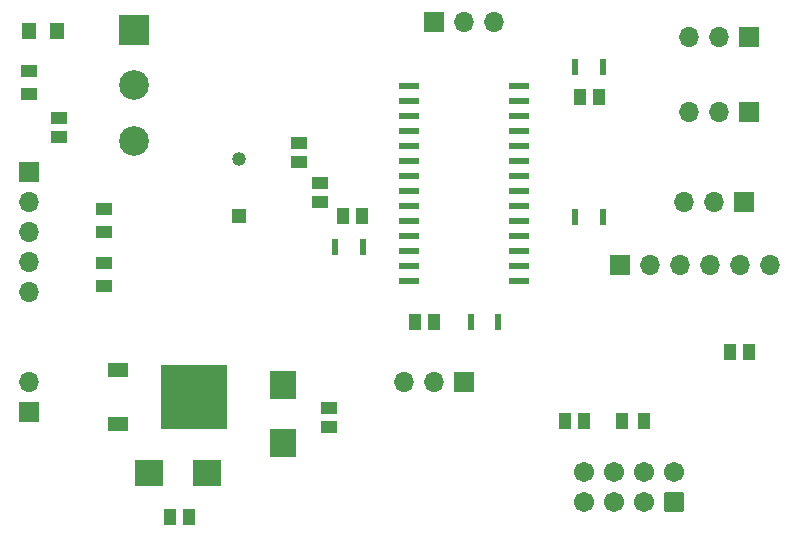
<source format=gts>
G04 #@! TF.GenerationSoftware,KiCad,Pcbnew,8.0.6*
G04 #@! TF.CreationDate,2025-01-30T10:50:32+01:00*
G04 #@! TF.ProjectId,colorsorter_schematic,636f6c6f-7273-46f7-9274-65725f736368,rev?*
G04 #@! TF.SameCoordinates,Original*
G04 #@! TF.FileFunction,Soldermask,Top*
G04 #@! TF.FilePolarity,Negative*
%FSLAX46Y46*%
G04 Gerber Fmt 4.6, Leading zero omitted, Abs format (unit mm)*
G04 Created by KiCad (PCBNEW 8.0.6) date 2025-01-30 10:50:32*
%MOMM*%
%LPD*%
G01*
G04 APERTURE LIST*
G04 Aperture macros list*
%AMRoundRect*
0 Rectangle with rounded corners*
0 $1 Rounding radius*
0 $2 $3 $4 $5 $6 $7 $8 $9 X,Y pos of 4 corners*
0 Add a 4 corners polygon primitive as box body*
4,1,4,$2,$3,$4,$5,$6,$7,$8,$9,$2,$3,0*
0 Add four circle primitives for the rounded corners*
1,1,$1+$1,$2,$3*
1,1,$1+$1,$4,$5*
1,1,$1+$1,$6,$7*
1,1,$1+$1,$8,$9*
0 Add four rect primitives between the rounded corners*
20,1,$1+$1,$2,$3,$4,$5,0*
20,1,$1+$1,$4,$5,$6,$7,0*
20,1,$1+$1,$6,$7,$8,$9,0*
20,1,$1+$1,$8,$9,$2,$3,0*%
G04 Aperture macros list end*
%ADD10R,1.700000X1.700000*%
%ADD11O,1.700000X1.700000*%
%ADD12R,1.150000X1.400000*%
%ADD13R,1.050000X1.400000*%
%ADD14R,2.250000X2.350000*%
%ADD15R,2.520000X2.520000*%
%ADD16C,2.520000*%
%ADD17R,1.470000X1.020000*%
%ADD18R,1.020000X1.470000*%
%ADD19R,1.400000X1.050000*%
%ADD20R,0.558800X1.447800*%
%ADD21R,1.192000X1.192000*%
%ADD22C,1.192000*%
%ADD23RoundRect,0.102000X0.750000X0.750000X-0.750000X0.750000X-0.750000X-0.750000X0.750000X-0.750000X0*%
%ADD24C,1.704000*%
%ADD25R,2.350000X2.250000*%
%ADD26R,1.699999X1.300000*%
%ADD27R,5.699998X5.499999*%
%ADD28R,1.765300X0.558800*%
G04 APERTURE END LIST*
D10*
X164338000Y-99684000D03*
D11*
X166878000Y-99684000D03*
X169418000Y-99684000D03*
X171958000Y-99684000D03*
X174498000Y-99684000D03*
X177038000Y-99684000D03*
D12*
X114300000Y-79872000D03*
X116650000Y-79872000D03*
D13*
X166370000Y-112820000D03*
X164470000Y-112820000D03*
D14*
X135809995Y-109790000D03*
X135809995Y-114690000D03*
D15*
X123190000Y-79744000D03*
D16*
X123190000Y-84444000D03*
X123190000Y-89144000D03*
D17*
X116840000Y-88810000D03*
X116840000Y-87190000D03*
D18*
X162550850Y-85460000D03*
X160930850Y-85460000D03*
D19*
X120650000Y-96824000D03*
X120650000Y-94924000D03*
D18*
X148590000Y-104510000D03*
X146970000Y-104510000D03*
D20*
X151678900Y-104510000D03*
X154041100Y-104510000D03*
D10*
X174809150Y-94350000D03*
D11*
X172269150Y-94350000D03*
X169729150Y-94350000D03*
D20*
X140239750Y-98160000D03*
X142601950Y-98160000D03*
D18*
X142491200Y-95518400D03*
X140871200Y-95518400D03*
D10*
X114300000Y-112130000D03*
D11*
X114300000Y-109590000D03*
D21*
X132080000Y-95520000D03*
D22*
X132080000Y-90640000D03*
D20*
X160559750Y-95620000D03*
X162921950Y-95620000D03*
D23*
X168910000Y-119750000D03*
D24*
X166370000Y-119750000D03*
X163830000Y-119750000D03*
X161290000Y-119750000D03*
X168910000Y-117210000D03*
X166370000Y-117210000D03*
X163830000Y-117210000D03*
X161290000Y-117210000D03*
D10*
X175260000Y-86730000D03*
D11*
X172720000Y-86730000D03*
X170180000Y-86730000D03*
D19*
X120650000Y-99496000D03*
X120650000Y-101396000D03*
D25*
X124460000Y-117269997D03*
X129360000Y-117269997D03*
D10*
X114300000Y-91810000D03*
D11*
X114300000Y-94350000D03*
X114300000Y-96890000D03*
X114300000Y-99430000D03*
X114300000Y-101970000D03*
D10*
X151130000Y-109590000D03*
D11*
X148590000Y-109590000D03*
X146050000Y-109590000D03*
D26*
X121830000Y-108575001D03*
X121830000Y-113144999D03*
D27*
X128270000Y-110860000D03*
D10*
X148590000Y-79110000D03*
D11*
X151130000Y-79110000D03*
X153670000Y-79110000D03*
D18*
X175260000Y-107050000D03*
X173640000Y-107050000D03*
D28*
X146500850Y-84483700D03*
X146500850Y-85753700D03*
X146500850Y-87023700D03*
X146500850Y-88293700D03*
X146500850Y-89563700D03*
X146500850Y-90833700D03*
X146500850Y-92103700D03*
X146500850Y-93373700D03*
X146500850Y-94643700D03*
X146500850Y-95913700D03*
X146500850Y-97183700D03*
X146500850Y-98453700D03*
X146500850Y-99723700D03*
X146500850Y-100993700D03*
X155759150Y-100993700D03*
X155759150Y-99723700D03*
X155759150Y-98453700D03*
X155759150Y-97183700D03*
X155759150Y-95913700D03*
X155759150Y-94643700D03*
X155759150Y-93373700D03*
X155759150Y-92103700D03*
X155759150Y-90833700D03*
X155759150Y-89563700D03*
X155759150Y-88293700D03*
X155759150Y-87023700D03*
X155759150Y-85753700D03*
X155759150Y-84483700D03*
D17*
X139700000Y-113400000D03*
X139700000Y-111780000D03*
D20*
X160559750Y-82920000D03*
X162921950Y-82920000D03*
D18*
X127810000Y-121020000D03*
X126190000Y-121020000D03*
D17*
X138935000Y-92695000D03*
X138935000Y-94315000D03*
D18*
X159670000Y-112820000D03*
X161290000Y-112820000D03*
D10*
X175245000Y-80380000D03*
D11*
X172705000Y-80380000D03*
X170165000Y-80380000D03*
D17*
X137160000Y-90910000D03*
X137160000Y-89290000D03*
D19*
X114300000Y-85140000D03*
X114300000Y-83240000D03*
M02*

</source>
